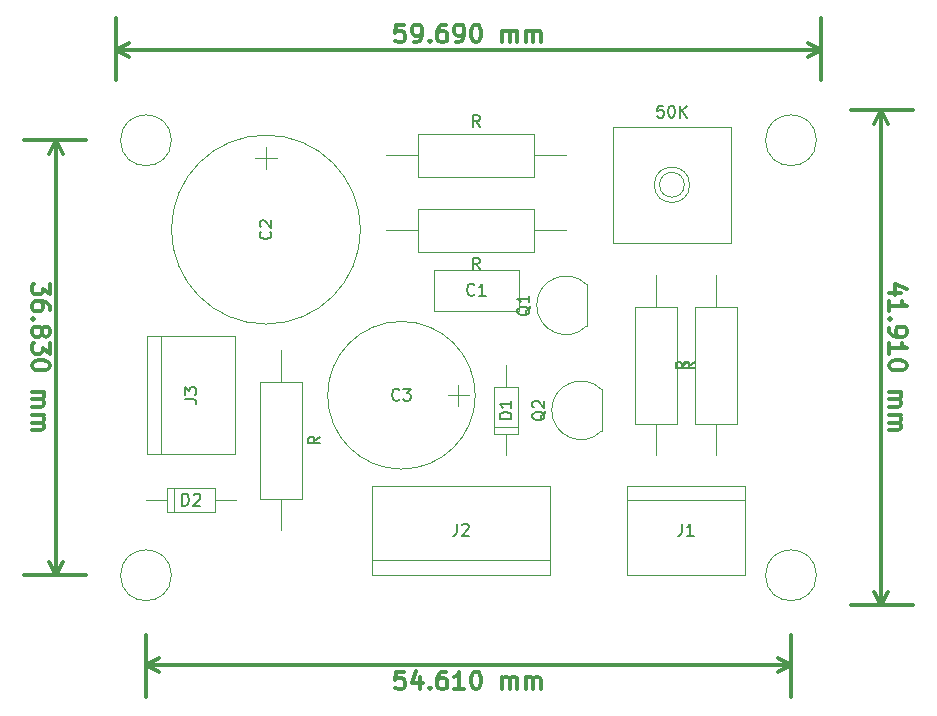
<source format=gbr>
G04 #@! TF.FileFunction,Other,Fab,Top*
%FSLAX46Y46*%
G04 Gerber Fmt 4.6, Leading zero omitted, Abs format (unit mm)*
G04 Created by KiCad (PCBNEW 4.0.7) date Sunday, September 23, 2018 'PMt' 01:21:38 PM*
%MOMM*%
%LPD*%
G01*
G04 APERTURE LIST*
%ADD10C,0.100000*%
%ADD11C,0.300000*%
%ADD12C,0.150000*%
G04 APERTURE END LIST*
D10*
D11*
X115856430Y-117368571D02*
X115142144Y-117368571D01*
X115070715Y-118082857D01*
X115142144Y-118011429D01*
X115285001Y-117940000D01*
X115642144Y-117940000D01*
X115785001Y-118011429D01*
X115856430Y-118082857D01*
X115927858Y-118225714D01*
X115927858Y-118582857D01*
X115856430Y-118725714D01*
X115785001Y-118797143D01*
X115642144Y-118868571D01*
X115285001Y-118868571D01*
X115142144Y-118797143D01*
X115070715Y-118725714D01*
X117213572Y-117868571D02*
X117213572Y-118868571D01*
X116856429Y-117297143D02*
X116499286Y-118368571D01*
X117427858Y-118368571D01*
X117999286Y-118725714D02*
X118070714Y-118797143D01*
X117999286Y-118868571D01*
X117927857Y-118797143D01*
X117999286Y-118725714D01*
X117999286Y-118868571D01*
X119356429Y-117368571D02*
X119070715Y-117368571D01*
X118927858Y-117440000D01*
X118856429Y-117511429D01*
X118713572Y-117725714D01*
X118642143Y-118011429D01*
X118642143Y-118582857D01*
X118713572Y-118725714D01*
X118785000Y-118797143D01*
X118927858Y-118868571D01*
X119213572Y-118868571D01*
X119356429Y-118797143D01*
X119427858Y-118725714D01*
X119499286Y-118582857D01*
X119499286Y-118225714D01*
X119427858Y-118082857D01*
X119356429Y-118011429D01*
X119213572Y-117940000D01*
X118927858Y-117940000D01*
X118785000Y-118011429D01*
X118713572Y-118082857D01*
X118642143Y-118225714D01*
X120927857Y-118868571D02*
X120070714Y-118868571D01*
X120499286Y-118868571D02*
X120499286Y-117368571D01*
X120356429Y-117582857D01*
X120213571Y-117725714D01*
X120070714Y-117797143D01*
X121856428Y-117368571D02*
X121999285Y-117368571D01*
X122142142Y-117440000D01*
X122213571Y-117511429D01*
X122285000Y-117654286D01*
X122356428Y-117940000D01*
X122356428Y-118297143D01*
X122285000Y-118582857D01*
X122213571Y-118725714D01*
X122142142Y-118797143D01*
X121999285Y-118868571D01*
X121856428Y-118868571D01*
X121713571Y-118797143D01*
X121642142Y-118725714D01*
X121570714Y-118582857D01*
X121499285Y-118297143D01*
X121499285Y-117940000D01*
X121570714Y-117654286D01*
X121642142Y-117511429D01*
X121713571Y-117440000D01*
X121856428Y-117368571D01*
X124142142Y-118868571D02*
X124142142Y-117868571D01*
X124142142Y-118011429D02*
X124213570Y-117940000D01*
X124356428Y-117868571D01*
X124570713Y-117868571D01*
X124713570Y-117940000D01*
X124784999Y-118082857D01*
X124784999Y-118868571D01*
X124784999Y-118082857D02*
X124856428Y-117940000D01*
X124999285Y-117868571D01*
X125213570Y-117868571D01*
X125356428Y-117940000D01*
X125427856Y-118082857D01*
X125427856Y-118868571D01*
X126142142Y-118868571D02*
X126142142Y-117868571D01*
X126142142Y-118011429D02*
X126213570Y-117940000D01*
X126356428Y-117868571D01*
X126570713Y-117868571D01*
X126713570Y-117940000D01*
X126784999Y-118082857D01*
X126784999Y-118868571D01*
X126784999Y-118082857D02*
X126856428Y-117940000D01*
X126999285Y-117868571D01*
X127213570Y-117868571D01*
X127356428Y-117940000D01*
X127427856Y-118082857D01*
X127427856Y-118868571D01*
X93980000Y-116840000D02*
X148590000Y-116840000D01*
X93980000Y-114300000D02*
X93980000Y-119540000D01*
X148590000Y-114300000D02*
X148590000Y-119540000D01*
X148590000Y-116840000D02*
X147463496Y-117426421D01*
X148590000Y-116840000D02*
X147463496Y-116253579D01*
X93980000Y-116840000D02*
X95106504Y-117426421D01*
X93980000Y-116840000D02*
X95106504Y-116253579D01*
X115856430Y-62598571D02*
X115142144Y-62598571D01*
X115070715Y-63312857D01*
X115142144Y-63241429D01*
X115285001Y-63170000D01*
X115642144Y-63170000D01*
X115785001Y-63241429D01*
X115856430Y-63312857D01*
X115927858Y-63455714D01*
X115927858Y-63812857D01*
X115856430Y-63955714D01*
X115785001Y-64027143D01*
X115642144Y-64098571D01*
X115285001Y-64098571D01*
X115142144Y-64027143D01*
X115070715Y-63955714D01*
X116642143Y-64098571D02*
X116927858Y-64098571D01*
X117070715Y-64027143D01*
X117142143Y-63955714D01*
X117285001Y-63741429D01*
X117356429Y-63455714D01*
X117356429Y-62884286D01*
X117285001Y-62741429D01*
X117213572Y-62670000D01*
X117070715Y-62598571D01*
X116785001Y-62598571D01*
X116642143Y-62670000D01*
X116570715Y-62741429D01*
X116499286Y-62884286D01*
X116499286Y-63241429D01*
X116570715Y-63384286D01*
X116642143Y-63455714D01*
X116785001Y-63527143D01*
X117070715Y-63527143D01*
X117213572Y-63455714D01*
X117285001Y-63384286D01*
X117356429Y-63241429D01*
X117999286Y-63955714D02*
X118070714Y-64027143D01*
X117999286Y-64098571D01*
X117927857Y-64027143D01*
X117999286Y-63955714D01*
X117999286Y-64098571D01*
X119356429Y-62598571D02*
X119070715Y-62598571D01*
X118927858Y-62670000D01*
X118856429Y-62741429D01*
X118713572Y-62955714D01*
X118642143Y-63241429D01*
X118642143Y-63812857D01*
X118713572Y-63955714D01*
X118785000Y-64027143D01*
X118927858Y-64098571D01*
X119213572Y-64098571D01*
X119356429Y-64027143D01*
X119427858Y-63955714D01*
X119499286Y-63812857D01*
X119499286Y-63455714D01*
X119427858Y-63312857D01*
X119356429Y-63241429D01*
X119213572Y-63170000D01*
X118927858Y-63170000D01*
X118785000Y-63241429D01*
X118713572Y-63312857D01*
X118642143Y-63455714D01*
X120213571Y-64098571D02*
X120499286Y-64098571D01*
X120642143Y-64027143D01*
X120713571Y-63955714D01*
X120856429Y-63741429D01*
X120927857Y-63455714D01*
X120927857Y-62884286D01*
X120856429Y-62741429D01*
X120785000Y-62670000D01*
X120642143Y-62598571D01*
X120356429Y-62598571D01*
X120213571Y-62670000D01*
X120142143Y-62741429D01*
X120070714Y-62884286D01*
X120070714Y-63241429D01*
X120142143Y-63384286D01*
X120213571Y-63455714D01*
X120356429Y-63527143D01*
X120642143Y-63527143D01*
X120785000Y-63455714D01*
X120856429Y-63384286D01*
X120927857Y-63241429D01*
X121856428Y-62598571D02*
X121999285Y-62598571D01*
X122142142Y-62670000D01*
X122213571Y-62741429D01*
X122285000Y-62884286D01*
X122356428Y-63170000D01*
X122356428Y-63527143D01*
X122285000Y-63812857D01*
X122213571Y-63955714D01*
X122142142Y-64027143D01*
X121999285Y-64098571D01*
X121856428Y-64098571D01*
X121713571Y-64027143D01*
X121642142Y-63955714D01*
X121570714Y-63812857D01*
X121499285Y-63527143D01*
X121499285Y-63170000D01*
X121570714Y-62884286D01*
X121642142Y-62741429D01*
X121713571Y-62670000D01*
X121856428Y-62598571D01*
X124142142Y-64098571D02*
X124142142Y-63098571D01*
X124142142Y-63241429D02*
X124213570Y-63170000D01*
X124356428Y-63098571D01*
X124570713Y-63098571D01*
X124713570Y-63170000D01*
X124784999Y-63312857D01*
X124784999Y-64098571D01*
X124784999Y-63312857D02*
X124856428Y-63170000D01*
X124999285Y-63098571D01*
X125213570Y-63098571D01*
X125356428Y-63170000D01*
X125427856Y-63312857D01*
X125427856Y-64098571D01*
X126142142Y-64098571D02*
X126142142Y-63098571D01*
X126142142Y-63241429D02*
X126213570Y-63170000D01*
X126356428Y-63098571D01*
X126570713Y-63098571D01*
X126713570Y-63170000D01*
X126784999Y-63312857D01*
X126784999Y-64098571D01*
X126784999Y-63312857D02*
X126856428Y-63170000D01*
X126999285Y-63098571D01*
X127213570Y-63098571D01*
X127356428Y-63170000D01*
X127427856Y-63312857D01*
X127427856Y-64098571D01*
X91440000Y-64770000D02*
X151130000Y-64770000D01*
X91440000Y-67310000D02*
X91440000Y-62070000D01*
X151130000Y-67310000D02*
X151130000Y-62070000D01*
X151130000Y-64770000D02*
X150003496Y-65356421D01*
X151130000Y-64770000D02*
X150003496Y-64183579D01*
X91440000Y-64770000D02*
X92566504Y-65356421D01*
X91440000Y-64770000D02*
X92566504Y-64183579D01*
X157881429Y-85305001D02*
X156881429Y-85305001D01*
X158452857Y-84947858D02*
X157381429Y-84590715D01*
X157381429Y-85519287D01*
X156881429Y-86876429D02*
X156881429Y-86019286D01*
X156881429Y-86447858D02*
X158381429Y-86447858D01*
X158167143Y-86305001D01*
X158024286Y-86162143D01*
X157952857Y-86019286D01*
X157024286Y-87519286D02*
X156952857Y-87590714D01*
X156881429Y-87519286D01*
X156952857Y-87447857D01*
X157024286Y-87519286D01*
X156881429Y-87519286D01*
X156881429Y-88305000D02*
X156881429Y-88590715D01*
X156952857Y-88733572D01*
X157024286Y-88805000D01*
X157238571Y-88947858D01*
X157524286Y-89019286D01*
X158095714Y-89019286D01*
X158238571Y-88947858D01*
X158310000Y-88876429D01*
X158381429Y-88733572D01*
X158381429Y-88447858D01*
X158310000Y-88305000D01*
X158238571Y-88233572D01*
X158095714Y-88162143D01*
X157738571Y-88162143D01*
X157595714Y-88233572D01*
X157524286Y-88305000D01*
X157452857Y-88447858D01*
X157452857Y-88733572D01*
X157524286Y-88876429D01*
X157595714Y-88947858D01*
X157738571Y-89019286D01*
X156881429Y-90447857D02*
X156881429Y-89590714D01*
X156881429Y-90019286D02*
X158381429Y-90019286D01*
X158167143Y-89876429D01*
X158024286Y-89733571D01*
X157952857Y-89590714D01*
X158381429Y-91376428D02*
X158381429Y-91519285D01*
X158310000Y-91662142D01*
X158238571Y-91733571D01*
X158095714Y-91805000D01*
X157810000Y-91876428D01*
X157452857Y-91876428D01*
X157167143Y-91805000D01*
X157024286Y-91733571D01*
X156952857Y-91662142D01*
X156881429Y-91519285D01*
X156881429Y-91376428D01*
X156952857Y-91233571D01*
X157024286Y-91162142D01*
X157167143Y-91090714D01*
X157452857Y-91019285D01*
X157810000Y-91019285D01*
X158095714Y-91090714D01*
X158238571Y-91162142D01*
X158310000Y-91233571D01*
X158381429Y-91376428D01*
X156881429Y-93662142D02*
X157881429Y-93662142D01*
X157738571Y-93662142D02*
X157810000Y-93733570D01*
X157881429Y-93876428D01*
X157881429Y-94090713D01*
X157810000Y-94233570D01*
X157667143Y-94304999D01*
X156881429Y-94304999D01*
X157667143Y-94304999D02*
X157810000Y-94376428D01*
X157881429Y-94519285D01*
X157881429Y-94733570D01*
X157810000Y-94876428D01*
X157667143Y-94947856D01*
X156881429Y-94947856D01*
X156881429Y-95662142D02*
X157881429Y-95662142D01*
X157738571Y-95662142D02*
X157810000Y-95733570D01*
X157881429Y-95876428D01*
X157881429Y-96090713D01*
X157810000Y-96233570D01*
X157667143Y-96304999D01*
X156881429Y-96304999D01*
X157667143Y-96304999D02*
X157810000Y-96376428D01*
X157881429Y-96519285D01*
X157881429Y-96733570D01*
X157810000Y-96876428D01*
X157667143Y-96947856D01*
X156881429Y-96947856D01*
X156210000Y-69850000D02*
X156210000Y-111760000D01*
X153670000Y-69850000D02*
X158910000Y-69850000D01*
X153670000Y-111760000D02*
X158910000Y-111760000D01*
X156210000Y-111760000D02*
X155623579Y-110633496D01*
X156210000Y-111760000D02*
X156796421Y-110633496D01*
X156210000Y-69850000D02*
X155623579Y-70976504D01*
X156210000Y-69850000D02*
X156796421Y-70976504D01*
X85831429Y-84519287D02*
X85831429Y-85447858D01*
X85260000Y-84947858D01*
X85260000Y-85162144D01*
X85188571Y-85305001D01*
X85117143Y-85376430D01*
X84974286Y-85447858D01*
X84617143Y-85447858D01*
X84474286Y-85376430D01*
X84402857Y-85305001D01*
X84331429Y-85162144D01*
X84331429Y-84733572D01*
X84402857Y-84590715D01*
X84474286Y-84519287D01*
X85831429Y-86733572D02*
X85831429Y-86447858D01*
X85760000Y-86305001D01*
X85688571Y-86233572D01*
X85474286Y-86090715D01*
X85188571Y-86019286D01*
X84617143Y-86019286D01*
X84474286Y-86090715D01*
X84402857Y-86162143D01*
X84331429Y-86305001D01*
X84331429Y-86590715D01*
X84402857Y-86733572D01*
X84474286Y-86805001D01*
X84617143Y-86876429D01*
X84974286Y-86876429D01*
X85117143Y-86805001D01*
X85188571Y-86733572D01*
X85260000Y-86590715D01*
X85260000Y-86305001D01*
X85188571Y-86162143D01*
X85117143Y-86090715D01*
X84974286Y-86019286D01*
X84474286Y-87519286D02*
X84402857Y-87590714D01*
X84331429Y-87519286D01*
X84402857Y-87447857D01*
X84474286Y-87519286D01*
X84331429Y-87519286D01*
X85188571Y-88447858D02*
X85260000Y-88305000D01*
X85331429Y-88233572D01*
X85474286Y-88162143D01*
X85545714Y-88162143D01*
X85688571Y-88233572D01*
X85760000Y-88305000D01*
X85831429Y-88447858D01*
X85831429Y-88733572D01*
X85760000Y-88876429D01*
X85688571Y-88947858D01*
X85545714Y-89019286D01*
X85474286Y-89019286D01*
X85331429Y-88947858D01*
X85260000Y-88876429D01*
X85188571Y-88733572D01*
X85188571Y-88447858D01*
X85117143Y-88305000D01*
X85045714Y-88233572D01*
X84902857Y-88162143D01*
X84617143Y-88162143D01*
X84474286Y-88233572D01*
X84402857Y-88305000D01*
X84331429Y-88447858D01*
X84331429Y-88733572D01*
X84402857Y-88876429D01*
X84474286Y-88947858D01*
X84617143Y-89019286D01*
X84902857Y-89019286D01*
X85045714Y-88947858D01*
X85117143Y-88876429D01*
X85188571Y-88733572D01*
X85831429Y-89519286D02*
X85831429Y-90447857D01*
X85260000Y-89947857D01*
X85260000Y-90162143D01*
X85188571Y-90305000D01*
X85117143Y-90376429D01*
X84974286Y-90447857D01*
X84617143Y-90447857D01*
X84474286Y-90376429D01*
X84402857Y-90305000D01*
X84331429Y-90162143D01*
X84331429Y-89733571D01*
X84402857Y-89590714D01*
X84474286Y-89519286D01*
X85831429Y-91376428D02*
X85831429Y-91519285D01*
X85760000Y-91662142D01*
X85688571Y-91733571D01*
X85545714Y-91805000D01*
X85260000Y-91876428D01*
X84902857Y-91876428D01*
X84617143Y-91805000D01*
X84474286Y-91733571D01*
X84402857Y-91662142D01*
X84331429Y-91519285D01*
X84331429Y-91376428D01*
X84402857Y-91233571D01*
X84474286Y-91162142D01*
X84617143Y-91090714D01*
X84902857Y-91019285D01*
X85260000Y-91019285D01*
X85545714Y-91090714D01*
X85688571Y-91162142D01*
X85760000Y-91233571D01*
X85831429Y-91376428D01*
X84331429Y-93662142D02*
X85331429Y-93662142D01*
X85188571Y-93662142D02*
X85260000Y-93733570D01*
X85331429Y-93876428D01*
X85331429Y-94090713D01*
X85260000Y-94233570D01*
X85117143Y-94304999D01*
X84331429Y-94304999D01*
X85117143Y-94304999D02*
X85260000Y-94376428D01*
X85331429Y-94519285D01*
X85331429Y-94733570D01*
X85260000Y-94876428D01*
X85117143Y-94947856D01*
X84331429Y-94947856D01*
X84331429Y-95662142D02*
X85331429Y-95662142D01*
X85188571Y-95662142D02*
X85260000Y-95733570D01*
X85331429Y-95876428D01*
X85331429Y-96090713D01*
X85260000Y-96233570D01*
X85117143Y-96304999D01*
X84331429Y-96304999D01*
X85117143Y-96304999D02*
X85260000Y-96376428D01*
X85331429Y-96519285D01*
X85331429Y-96733570D01*
X85260000Y-96876428D01*
X85117143Y-96947856D01*
X84331429Y-96947856D01*
X86360000Y-72390000D02*
X86360000Y-109220000D01*
X88900000Y-72390000D02*
X83660000Y-72390000D01*
X88900000Y-109220000D02*
X83660000Y-109220000D01*
X86360000Y-109220000D02*
X85773579Y-108093496D01*
X86360000Y-109220000D02*
X86946421Y-108093496D01*
X86360000Y-72390000D02*
X85773579Y-73516504D01*
X86360000Y-72390000D02*
X86946421Y-73516504D01*
D10*
X150744066Y-109220000D02*
G75*
G03X150744066Y-109220000I-2154066J0D01*
G01*
X150744066Y-72390000D02*
G75*
G03X150744066Y-72390000I-2154066J0D01*
G01*
X96134066Y-72390000D02*
G75*
G03X96134066Y-72390000I-2154066J0D01*
G01*
X125560000Y-86840000D02*
X125560000Y-83340000D01*
X125560000Y-83340000D02*
X118360000Y-83340000D01*
X118360000Y-83340000D02*
X118360000Y-86840000D01*
X118360000Y-86840000D02*
X125560000Y-86840000D01*
X112140000Y-79950000D02*
G75*
G03X112140000Y-79950000I-8000000J0D01*
G01*
X104140000Y-73000000D02*
X104140000Y-74800000D01*
X105040000Y-73900000D02*
X103240000Y-73900000D01*
X121860000Y-93980000D02*
G75*
G03X121860000Y-93980000I-6250000J0D01*
G01*
X121310000Y-93980000D02*
X119510000Y-93980000D01*
X120410000Y-94880000D02*
X120410000Y-93080000D01*
X123460000Y-97250000D02*
X125460000Y-97250000D01*
X125460000Y-97250000D02*
X125460000Y-93250000D01*
X125460000Y-93250000D02*
X123460000Y-93250000D01*
X123460000Y-93250000D02*
X123460000Y-97250000D01*
X124460000Y-99060000D02*
X124460000Y-97250000D01*
X124460000Y-91440000D02*
X124460000Y-93250000D01*
X123460000Y-96650000D02*
X125460000Y-96650000D01*
X95790000Y-101870000D02*
X95790000Y-103870000D01*
X95790000Y-103870000D02*
X99790000Y-103870000D01*
X99790000Y-103870000D02*
X99790000Y-101870000D01*
X99790000Y-101870000D02*
X95790000Y-101870000D01*
X93980000Y-102870000D02*
X95790000Y-102870000D01*
X101600000Y-102870000D02*
X99790000Y-102870000D01*
X96390000Y-101870000D02*
X96390000Y-103870000D01*
X144650000Y-102860000D02*
X134750000Y-102860000D01*
X144700000Y-109160000D02*
X144700000Y-101660000D01*
X144700000Y-101660000D02*
X134700000Y-101660000D01*
X134700000Y-101660000D02*
X134700000Y-109160000D01*
X134700000Y-109160000D02*
X144700000Y-109160000D01*
X113100000Y-107960000D02*
X128200000Y-107960000D01*
X113100000Y-101660000D02*
X128200000Y-101660000D01*
X128200000Y-101660000D02*
X128200000Y-109160000D01*
X128200000Y-109160000D02*
X113100000Y-109160000D01*
X113100000Y-109160000D02*
X113100000Y-101660000D01*
X95240000Y-89030000D02*
X95240000Y-98930000D01*
X101540000Y-88980000D02*
X94040000Y-88980000D01*
X94040000Y-88980000D02*
X94040000Y-98980000D01*
X94040000Y-98980000D02*
X101540000Y-98980000D01*
X101540000Y-98980000D02*
X101540000Y-88980000D01*
X131290000Y-88100000D02*
X131290000Y-84600000D01*
X131293625Y-84606375D02*
G75*
G03X127060000Y-86360000I-1753625J-1753625D01*
G01*
X131293625Y-88113625D02*
G75*
G02X127060000Y-86360000I-1753625J1753625D01*
G01*
X132560000Y-96990000D02*
X132560000Y-93490000D01*
X132563625Y-93496375D02*
G75*
G03X128330000Y-95250000I-1753625J-1753625D01*
G01*
X132563625Y-97003625D02*
G75*
G02X128330000Y-95250000I-1753625J1753625D01*
G01*
X144040000Y-86490000D02*
X140440000Y-86490000D01*
X140440000Y-86490000D02*
X140440000Y-96390000D01*
X140440000Y-96390000D02*
X144040000Y-96390000D01*
X144040000Y-96390000D02*
X144040000Y-86490000D01*
X142240000Y-83820000D02*
X142240000Y-86490000D01*
X142240000Y-99060000D02*
X142240000Y-96390000D01*
X135360000Y-96390000D02*
X138960000Y-96390000D01*
X138960000Y-96390000D02*
X138960000Y-86490000D01*
X138960000Y-86490000D02*
X135360000Y-86490000D01*
X135360000Y-86490000D02*
X135360000Y-96390000D01*
X137160000Y-99060000D02*
X137160000Y-96390000D01*
X137160000Y-83820000D02*
X137160000Y-86490000D01*
X126870000Y-75460000D02*
X126870000Y-71860000D01*
X126870000Y-71860000D02*
X116970000Y-71860000D01*
X116970000Y-71860000D02*
X116970000Y-75460000D01*
X116970000Y-75460000D02*
X126870000Y-75460000D01*
X129540000Y-73660000D02*
X126870000Y-73660000D01*
X114300000Y-73660000D02*
X116970000Y-73660000D01*
X103610000Y-102740000D02*
X107210000Y-102740000D01*
X107210000Y-102740000D02*
X107210000Y-92840000D01*
X107210000Y-92840000D02*
X103610000Y-92840000D01*
X103610000Y-92840000D02*
X103610000Y-102740000D01*
X105410000Y-105410000D02*
X105410000Y-102740000D01*
X105410000Y-90170000D02*
X105410000Y-92840000D01*
X140010000Y-76160000D02*
G75*
G03X140010000Y-76160000I-1500000J0D01*
G01*
X139560000Y-76160000D02*
G75*
G03X139560000Y-76160000I-1050000J0D01*
G01*
X143510000Y-81060000D02*
X143510000Y-71260000D01*
X143510000Y-71260000D02*
X133510000Y-71260000D01*
X133510000Y-71260000D02*
X133510000Y-81060000D01*
X133510000Y-81060000D02*
X143510000Y-81060000D01*
X96134066Y-109220000D02*
G75*
G03X96134066Y-109220000I-2154066J0D01*
G01*
X116970000Y-78210000D02*
X116970000Y-81810000D01*
X116970000Y-81810000D02*
X126870000Y-81810000D01*
X126870000Y-81810000D02*
X126870000Y-78210000D01*
X126870000Y-78210000D02*
X116970000Y-78210000D01*
X114300000Y-80010000D02*
X116970000Y-80010000D01*
X129540000Y-80010000D02*
X126870000Y-80010000D01*
D12*
X121793334Y-85447143D02*
X121745715Y-85494762D01*
X121602858Y-85542381D01*
X121507620Y-85542381D01*
X121364762Y-85494762D01*
X121269524Y-85399524D01*
X121221905Y-85304286D01*
X121174286Y-85113810D01*
X121174286Y-84970952D01*
X121221905Y-84780476D01*
X121269524Y-84685238D01*
X121364762Y-84590000D01*
X121507620Y-84542381D01*
X121602858Y-84542381D01*
X121745715Y-84590000D01*
X121793334Y-84637619D01*
X122745715Y-85542381D02*
X122174286Y-85542381D01*
X122460000Y-85542381D02*
X122460000Y-84542381D01*
X122364762Y-84685238D01*
X122269524Y-84780476D01*
X122174286Y-84828095D01*
X104497143Y-80116666D02*
X104544762Y-80164285D01*
X104592381Y-80307142D01*
X104592381Y-80402380D01*
X104544762Y-80545238D01*
X104449524Y-80640476D01*
X104354286Y-80688095D01*
X104163810Y-80735714D01*
X104020952Y-80735714D01*
X103830476Y-80688095D01*
X103735238Y-80640476D01*
X103640000Y-80545238D01*
X103592381Y-80402380D01*
X103592381Y-80307142D01*
X103640000Y-80164285D01*
X103687619Y-80116666D01*
X103687619Y-79735714D02*
X103640000Y-79688095D01*
X103592381Y-79592857D01*
X103592381Y-79354761D01*
X103640000Y-79259523D01*
X103687619Y-79211904D01*
X103782857Y-79164285D01*
X103878095Y-79164285D01*
X104020952Y-79211904D01*
X104592381Y-79783333D01*
X104592381Y-79164285D01*
X115443334Y-94337143D02*
X115395715Y-94384762D01*
X115252858Y-94432381D01*
X115157620Y-94432381D01*
X115014762Y-94384762D01*
X114919524Y-94289524D01*
X114871905Y-94194286D01*
X114824286Y-94003810D01*
X114824286Y-93860952D01*
X114871905Y-93670476D01*
X114919524Y-93575238D01*
X115014762Y-93480000D01*
X115157620Y-93432381D01*
X115252858Y-93432381D01*
X115395715Y-93480000D01*
X115443334Y-93527619D01*
X115776667Y-93432381D02*
X116395715Y-93432381D01*
X116062381Y-93813333D01*
X116205239Y-93813333D01*
X116300477Y-93860952D01*
X116348096Y-93908571D01*
X116395715Y-94003810D01*
X116395715Y-94241905D01*
X116348096Y-94337143D01*
X116300477Y-94384762D01*
X116205239Y-94432381D01*
X115919524Y-94432381D01*
X115824286Y-94384762D01*
X115776667Y-94337143D01*
X124912381Y-95988095D02*
X123912381Y-95988095D01*
X123912381Y-95750000D01*
X123960000Y-95607142D01*
X124055238Y-95511904D01*
X124150476Y-95464285D01*
X124340952Y-95416666D01*
X124483810Y-95416666D01*
X124674286Y-95464285D01*
X124769524Y-95511904D01*
X124864762Y-95607142D01*
X124912381Y-95750000D01*
X124912381Y-95988095D01*
X124912381Y-94464285D02*
X124912381Y-95035714D01*
X124912381Y-94750000D02*
X123912381Y-94750000D01*
X124055238Y-94845238D01*
X124150476Y-94940476D01*
X124198095Y-95035714D01*
X97051905Y-103322381D02*
X97051905Y-102322381D01*
X97290000Y-102322381D01*
X97432858Y-102370000D01*
X97528096Y-102465238D01*
X97575715Y-102560476D01*
X97623334Y-102750952D01*
X97623334Y-102893810D01*
X97575715Y-103084286D01*
X97528096Y-103179524D01*
X97432858Y-103274762D01*
X97290000Y-103322381D01*
X97051905Y-103322381D01*
X98004286Y-102417619D02*
X98051905Y-102370000D01*
X98147143Y-102322381D01*
X98385239Y-102322381D01*
X98480477Y-102370000D01*
X98528096Y-102417619D01*
X98575715Y-102512857D01*
X98575715Y-102608095D01*
X98528096Y-102750952D01*
X97956667Y-103322381D01*
X98575715Y-103322381D01*
X139366667Y-104862381D02*
X139366667Y-105576667D01*
X139319047Y-105719524D01*
X139223809Y-105814762D01*
X139080952Y-105862381D01*
X138985714Y-105862381D01*
X140366667Y-105862381D02*
X139795238Y-105862381D01*
X140080952Y-105862381D02*
X140080952Y-104862381D01*
X139985714Y-105005238D01*
X139890476Y-105100476D01*
X139795238Y-105148095D01*
X120316667Y-104862381D02*
X120316667Y-105576667D01*
X120269047Y-105719524D01*
X120173809Y-105814762D01*
X120030952Y-105862381D01*
X119935714Y-105862381D01*
X120745238Y-104957619D02*
X120792857Y-104910000D01*
X120888095Y-104862381D01*
X121126191Y-104862381D01*
X121221429Y-104910000D01*
X121269048Y-104957619D01*
X121316667Y-105052857D01*
X121316667Y-105148095D01*
X121269048Y-105290952D01*
X120697619Y-105862381D01*
X121316667Y-105862381D01*
X97242381Y-94313333D02*
X97956667Y-94313333D01*
X98099524Y-94360953D01*
X98194762Y-94456191D01*
X98242381Y-94599048D01*
X98242381Y-94694286D01*
X97242381Y-93932381D02*
X97242381Y-93313333D01*
X97623333Y-93646667D01*
X97623333Y-93503809D01*
X97670952Y-93408571D01*
X97718571Y-93360952D01*
X97813810Y-93313333D01*
X98051905Y-93313333D01*
X98147143Y-93360952D01*
X98194762Y-93408571D01*
X98242381Y-93503809D01*
X98242381Y-93789524D01*
X98194762Y-93884762D01*
X98147143Y-93932381D01*
X126527619Y-86455238D02*
X126480000Y-86550476D01*
X126384762Y-86645714D01*
X126241905Y-86788571D01*
X126194286Y-86883810D01*
X126194286Y-86979048D01*
X126432381Y-86931429D02*
X126384762Y-87026667D01*
X126289524Y-87121905D01*
X126099048Y-87169524D01*
X125765714Y-87169524D01*
X125575238Y-87121905D01*
X125480000Y-87026667D01*
X125432381Y-86931429D01*
X125432381Y-86740952D01*
X125480000Y-86645714D01*
X125575238Y-86550476D01*
X125765714Y-86502857D01*
X126099048Y-86502857D01*
X126289524Y-86550476D01*
X126384762Y-86645714D01*
X126432381Y-86740952D01*
X126432381Y-86931429D01*
X126432381Y-85550476D02*
X126432381Y-86121905D01*
X126432381Y-85836191D02*
X125432381Y-85836191D01*
X125575238Y-85931429D01*
X125670476Y-86026667D01*
X125718095Y-86121905D01*
X127797619Y-95345238D02*
X127750000Y-95440476D01*
X127654762Y-95535714D01*
X127511905Y-95678571D01*
X127464286Y-95773810D01*
X127464286Y-95869048D01*
X127702381Y-95821429D02*
X127654762Y-95916667D01*
X127559524Y-96011905D01*
X127369048Y-96059524D01*
X127035714Y-96059524D01*
X126845238Y-96011905D01*
X126750000Y-95916667D01*
X126702381Y-95821429D01*
X126702381Y-95630952D01*
X126750000Y-95535714D01*
X126845238Y-95440476D01*
X127035714Y-95392857D01*
X127369048Y-95392857D01*
X127559524Y-95440476D01*
X127654762Y-95535714D01*
X127702381Y-95630952D01*
X127702381Y-95821429D01*
X126797619Y-95011905D02*
X126750000Y-94964286D01*
X126702381Y-94869048D01*
X126702381Y-94630952D01*
X126750000Y-94535714D01*
X126797619Y-94488095D01*
X126892857Y-94440476D01*
X126988095Y-94440476D01*
X127130952Y-94488095D01*
X127702381Y-95059524D01*
X127702381Y-94440476D01*
X139832381Y-91130476D02*
X139356190Y-91463810D01*
X139832381Y-91701905D02*
X138832381Y-91701905D01*
X138832381Y-91320952D01*
X138880000Y-91225714D01*
X138927619Y-91178095D01*
X139022857Y-91130476D01*
X139165714Y-91130476D01*
X139260952Y-91178095D01*
X139308571Y-91225714D01*
X139356190Y-91320952D01*
X139356190Y-91701905D01*
X140472381Y-91130476D02*
X139996190Y-91463810D01*
X140472381Y-91701905D02*
X139472381Y-91701905D01*
X139472381Y-91320952D01*
X139520000Y-91225714D01*
X139567619Y-91178095D01*
X139662857Y-91130476D01*
X139805714Y-91130476D01*
X139900952Y-91178095D01*
X139948571Y-91225714D01*
X139996190Y-91320952D01*
X139996190Y-91701905D01*
X122229524Y-71252381D02*
X121896190Y-70776190D01*
X121658095Y-71252381D02*
X121658095Y-70252381D01*
X122039048Y-70252381D01*
X122134286Y-70300000D01*
X122181905Y-70347619D01*
X122229524Y-70442857D01*
X122229524Y-70585714D01*
X122181905Y-70680952D01*
X122134286Y-70728571D01*
X122039048Y-70776190D01*
X121658095Y-70776190D01*
X108722381Y-97480476D02*
X108246190Y-97813810D01*
X108722381Y-98051905D02*
X107722381Y-98051905D01*
X107722381Y-97670952D01*
X107770000Y-97575714D01*
X107817619Y-97528095D01*
X107912857Y-97480476D01*
X108055714Y-97480476D01*
X108150952Y-97528095D01*
X108198571Y-97575714D01*
X108246190Y-97670952D01*
X108246190Y-98051905D01*
X137771905Y-69462381D02*
X137295714Y-69462381D01*
X137248095Y-69938571D01*
X137295714Y-69890952D01*
X137390952Y-69843333D01*
X137629048Y-69843333D01*
X137724286Y-69890952D01*
X137771905Y-69938571D01*
X137819524Y-70033810D01*
X137819524Y-70271905D01*
X137771905Y-70367143D01*
X137724286Y-70414762D01*
X137629048Y-70462381D01*
X137390952Y-70462381D01*
X137295714Y-70414762D01*
X137248095Y-70367143D01*
X138438571Y-69462381D02*
X138533810Y-69462381D01*
X138629048Y-69510000D01*
X138676667Y-69557619D01*
X138724286Y-69652857D01*
X138771905Y-69843333D01*
X138771905Y-70081429D01*
X138724286Y-70271905D01*
X138676667Y-70367143D01*
X138629048Y-70414762D01*
X138533810Y-70462381D01*
X138438571Y-70462381D01*
X138343333Y-70414762D01*
X138295714Y-70367143D01*
X138248095Y-70271905D01*
X138200476Y-70081429D01*
X138200476Y-69843333D01*
X138248095Y-69652857D01*
X138295714Y-69557619D01*
X138343333Y-69510000D01*
X138438571Y-69462381D01*
X139200476Y-70462381D02*
X139200476Y-69462381D01*
X139771905Y-70462381D02*
X139343333Y-69890952D01*
X139771905Y-69462381D02*
X139200476Y-70033810D01*
X122229524Y-83322381D02*
X121896190Y-82846190D01*
X121658095Y-83322381D02*
X121658095Y-82322381D01*
X122039048Y-82322381D01*
X122134286Y-82370000D01*
X122181905Y-82417619D01*
X122229524Y-82512857D01*
X122229524Y-82655714D01*
X122181905Y-82750952D01*
X122134286Y-82798571D01*
X122039048Y-82846190D01*
X121658095Y-82846190D01*
M02*

</source>
